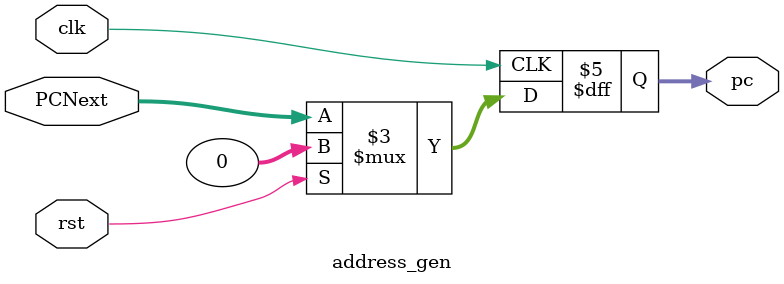
<source format=v>
`timescale 1ns / 1ps


module address_gen (output reg [31:0] pc, input [31:0] PCNext,input clk,rst); 
 // Write your code here. This is the part of Phase-I
 

 
 always@(posedge clk)
    begin
	if (rst)
		pc =0;
	else
	   pc = PCNext;
	
    end
endmodule

</source>
